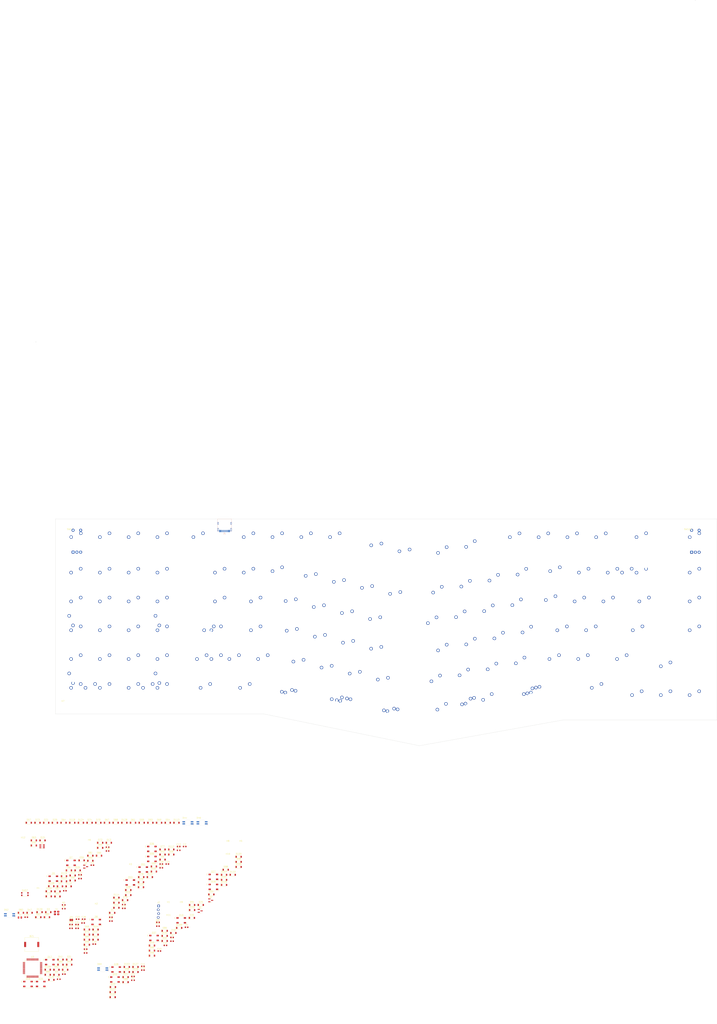
<source format=kicad_pcb>
(kicad_pcb (version 20211014) (generator pcbnew)
  (title_block (title "Entropy") (date "2020-12-25") (rev "0.2") (company "Josh Johnson"))
  (layers (0 "F.Cu" signal) (31 "B.Cu" signal) (34 "B.Paste" user) (35 "F.Paste" user) (36 "B.SilkS" user "B.Silkscreen") (37 "F.SilkS" user "F.Silkscreen") (38 "B.Mask" user) (39 "F.Mask" user) (44 "Edge.Cuts" user))
  (net 0 "")
  (net 1 "Net-(D6-Pad2)")
  (net 2 "Net-(D7-Pad4)")
  (net 3 "Net-(D53-Pad2)")
  (net 4 "Net-(D17-Pad4)")
  (net 5 "Net-(D16-Pad2)")
  (net 6 "Net-(D18-Pad2)")
  (net 7 "Net-(D19-Pad2)")
  (net 8 "Net-(D20-Pad2)")
  (net 9 "Net-(D25-Pad2)")
  (net 10 "Net-(D26-Pad2)")
  (net 11 "Net-(D27-Pad2)")
  (net 12 "Net-(D28-Pad2)")
  (net 13 "Net-(D29-Pad2)")
  (net 14 "Net-(D30-Pad2)")
  (net 15 "Net-(D31-Pad2)")
  (net 16 "Net-(D32-Pad2)")
  (net 17 "Net-(D33-Pad2)")
  (net 18 "Net-(D34-Pad2)")
  (net 19 "Net-(D35-Pad2)")
  (net 20 "Net-(D36-Pad2)")
  (net 21 "Net-(D37-Pad2)")
  (net 22 "Net-(D38-Pad2)")
  (net 23 "Net-(D39-Pad2)")
  (net 24 "Net-(D40-Pad2)")
  (net 25 "Net-(D41-Pad2)")
  (net 26 "Net-(D42-Pad2)")
  (net 27 "Net-(D43-Pad2)")
  (net 28 "Net-(D44-Pad2)")
  (net 29 "Net-(D45-Pad2)")
  (net 30 "Net-(D46-Pad2)")
  (net 31 "Net-(D47-Pad2)")
  (net 32 "Net-(D48-Pad2)")
  (net 33 "Net-(D49-Pad2)")
  (net 34 "Net-(D50-Pad2)")
  (net 35 "Net-(D51-Pad2)")
  (net 36 "Net-(D52-Pad2)")
  (net 37 "Net-(D54-Pad2)")
  (net 38 "Net-(D55-Pad2)")
  (net 39 "Net-(D56-Pad2)")
  (net 40 "Net-(D57-Pad2)")
  (net 41 "Net-(D58-Pad2)")
  (net 42 "Net-(D59-Pad2)")
  (net 44 "Net-(D61-Pad2)")
  (net 45 "Net-(D62-Pad2)")
  (net 46 "Net-(D63-Pad2)")
  (net 47 "Net-(D64-Pad2)")
  (net 48 "Net-(D65-Pad2)")
  (net 49 "Net-(D66-Pad2)")
  (net 50 "Net-(D67-Pad2)")
  (net 51 "Net-(D68-Pad2)")
  (net 52 "Net-(D69-Pad2)")
  (net 53 "Net-(D70-Pad2)")
  (net 54 "Net-(D71-Pad2)")
  (net 55 "Net-(D72-Pad2)")
  (net 56 "Net-(D73-Pad2)")
  (net 57 "Net-(D74-Pad2)")
  (net 58 "Net-(D75-Pad2)")
  (net 59 "Net-(D76-Pad2)")
  (net 60 "Net-(D77-Pad2)")
  (net 61 "Net-(D78-Pad2)")
  (net 62 "Net-(D79-Pad2)")
  (net 63 "Net-(D80-Pad2)")
  (net 64 "Net-(D81-Pad2)")
  (net 65 "Net-(D82-Pad2)")
  (net 66 "Net-(D83-Pad2)")
  (net 67 "Net-(D84-Pad2)")
  (net 68 "Net-(D85-Pad2)")
  (net 69 "Net-(D86-Pad2)")
  (net 70 "Net-(D87-Pad2)")
  (net 71 "Net-(D88-Pad2)")
  (net 72 "Net-(D89-Pad2)")
  (net 73 "Net-(D90-Pad2)")
  (net 74 "Net-(D91-Pad2)")
  (net 75 "Net-(D92-Pad2)")
  (net 76 "Net-(D93-Pad2)")
  (net 77 "Net-(D94-Pad2)")
  (net 78 "Net-(D95-Pad2)")
  (net 79 "Net-(D96-Pad2)")
  (net 80 "Net-(D97-Pad2)")
  (net 81 "Net-(D98-Pad2)")
  (net 82 "Net-(D99-Pad2)")
  (net 83 "Net-(D100-Pad2)")
  (net 84 "Net-(D101-Pad2)")
  (net 85 "Net-(D102-Pad2)")
  (net 86 "Net-(D103-Pad2)")
  (net 87 "Net-(D104-Pad2)")
  (net 88 "Net-(D105-Pad2)")
  (net 89 "Net-(D106-Pad2)")
  (net 90 "Net-(D107-Pad2)")
  (net 91 "Net-(D108-Pad2)")
  (net 92 "Net-(D109-Pad2)")
  (net 93 "Net-(D110-Pad2)")
  (net 94 "Net-(D111-Pad2)")
  (net 95 "Net-(D112-Pad2)")
  (net 96 "Net-(D113-Pad2)")
  (net 97 "Net-(D114-Pad2)")
  (net 98 "Net-(D115-Pad2)")
  (net 99 "Net-(D116-Pad2)")
  (net 100 "Net-(D117-Pad2)")
  (net 101 "Net-(D118-Pad2)")
  (net 102 "Net-(D119-Pad2)")
  (net 103 "Net-(D120-Pad2)")
  (net 104 "Net-(D121-Pad2)")
  (net 105 "Net-(D122-Pad2)")
  (net 106 "Net-(D123-Pad2)")
  (net 107 "Net-(D124-Pad2)")
  (net 108 "Net-(D125-Pad2)")
  (net 109 "Net-(D126-Pad2)")
  (net 110 "Net-(D127-Pad2)")
  (net 111 "GND")
  (net 112 "+5V")
  (net 113 "+3V3")
  (net 114 "/nRST")
  (net 115 "Net-(D1-Pad2)")
  (net 116 "Net-(D128-Pad2)")
  (net 117 "Net-(D2-Pad2)")
  (net 118 "Net-(D129-Pad2)")
  (net 119 "Net-(D3-Pad2)")
  (net 120 "Net-(D4-Pad2)")
  (net 121 "Net-(D5-Pad2)")
  (net 122 "Net-(D130-Pad2)")
  (net 123 "Net-(D7-Pad2)")
  (net 124 "Net-(D10-Pad4)")
  (net 125 "Net-(D131-Pad2)")
  (net 126 "Net-(D10-Pad2)")
  (net 127 "Net-(D11-Pad2)")
  (net 128 "Net-(D13-Pad2)")
  (net 129 "Net-(D15-Pad2)")
  (net 130 "Net-(D17-Pad2)")
  (net 131 "Net-(D21-Pad2)")
  (net 132 "Net-(D22-Pad2)")
  (net 133 "/row0")
  (net 134 "/row1")
  (net 135 "/row5")
  (net 136 "/row2")
  (net 137 "/row3")
  (net 138 "Net-(D132-Pad2)")
  (net 139 "/USB_D+")
  (net 140 "Net-(J1-PadA5)")
  (net 141 "/USB_D-")
  (net 142 "Net-(J1-PadB5)")
  (net 143 "/col0")
  (net 144 "/col1")
  (net 145 "/col2")
  (net 146 "/col3")
  (net 147 "/col4")
  (net 148 "/col5")
  (net 149 "Net-(D133-Pad2)")
  (net 150 "/col7")
  (net 151 "/col8")
  (net 152 "/col9")
  (net 153 "/col10")
  (net 154 "/col11")
  (net 155 "/col12")
  (net 156 "/col13")
  (net 157 "/col14")
  (net 158 "/col15")
  (net 159 "/col16")
  (net 160 "/col17")
  (net 161 "/col18")
  (net 162 "/underglow")
  (net 163 "/BOOT0")
  (net 164 "/SWDCLK")
  (net 165 "/SWDIO")
  (net 166 "Net-(D24-Pad2)")
  (net 167 "/USB+")
  (net 168 "/USB-")
  (net 169 "/col19")
  (net 170 "/XTAL_0")
  (net 171 "/XTAL_1")
  (net 172 "Net-(D23-Pad2)")
  (net 173 "/ENC0_A")
  (net 174 "/ENC0_B")
  (net 175 "/ENC1_A")
  (net 176 "/ENC1_B")
  (net 183 "Net-(D14-Pad2)")
  (net 184 "Net-(D12-Pad2)")
  (net 185 "VBUS")
  (net 187 "Net-(JP1-Pad1)")
  (net 200 "/BUZZER")
  (footprint "josh-keyboard:MXOnly-2.25U-ReversedStabilizers-NoLED" (layer "F.Cu") (at 448.1 157.1625)
    (fp_text reference "SW116")
    (fp_text value "KEYSW")
  )
  (footprint "Diode_SMD:D_SOD-123" (layer "F.Cu") (at 108.4875 387.32125)
    (fp_text reference "D85")
    (fp_text value "1N4148")
  )
  (footprint "josh-keyboard:MXOnly-1U-NoLED" (layer "F.Cu") (at 286.813576 133.828156 -12)
    (fp_text reference "SW73")
    (fp_text value "KEYSW")
  )
  (footprint "josh-keyboard:MXOnly-1U-NoLED" (layer "F.Cu") (at 335.003281 127.453115 12)
    (fp_text reference "SW86")
    (fp_text value "KEYSW")
  )
  (footprint "Capacitor_SMD:C_0603_1608Metric" (layer "F.Cu") (at 80.36375 348.2)
    (fp_text reference "C31")
    (fp_text value "100n")
  )
  (footprint "MountingHole:MountingHole_3.5mm" (layer "F.Cu") (at 145.3575 338.88125)
    (fp_text reference "H9")
    (fp_text value "3.5mm ID")
  )
  (footprint "josh-keyboard:MXOnly-2U-ReversedStabilizers-NoLED" (layer "F.Cu") (at 133.35 185.7375 90)
    (fp_text reference "SW23")
    (fp_text value "KEYSW")
  )
  (footprint "josh-keyboard:MXOnly-1.25U-NoLED" (layer "F.Cu") (at 378.7 198.05 12)
    (fp_text reference "SW84")
    (fp_text value "KEYSW")
  )
  (footprint "Capacitor_SMD:C_0603_1608Metric" (layer "F.Cu") (at 139.2475 360.24125)
    (fp_text reference "C7")
    (fp_text value "4u7")
  )
  (footprint "LED_SMD:LED_WS2812B_PLCC4_5.0x5.0mm_P3.2mm" (layer "F.Cu") (at 125.86875 305.8425)
    (fp_text reference "D35")
    (fp_text value "WS2812B")
  )
  (footprint "josh-keyboard:MXOnly-1U-NoLED" (layer "F.Cu") (at 447.6 200.05)
    (fp_text reference "SW112")
    (fp_text value "KEYSW")
  )
  (footprint "josh-led:SK8612-MINI-E" (layer "F.Cu") (at 93.2675 378.67125)
    (fp_text reference "D60")
    (fp_text value "SK6812-MINI-E")
    (fp_line (start 1 -1.9) (end -0.9 -1.9) (layer "Edge.Cuts") (width 0.05))
    (fp_line (start -1.8 -1) (end -1.8 0.9) (layer "Edge.Cuts") (width 0.05))
    (fp_line (start 1.9 0.9) (end 1.9 -1) (layer "Edge.Cuts") (width 0.05))
    (fp_line (start -0.9 1.8) (end 1 1.8) (layer "Edge.Cuts") (width 0.05))
    (fp_arc (start 1 -1.9) (mid 1.636396 -1.636396) (end 1.9 -1) (layer "Edge.Cuts") (width 0.05))
    (fp_arc (start -1.8 -1) (mid -1.536396 -1.636396) (end -0.9 -1.9) (layer "Edge.Cuts") (width 0.05))
    (fp_arc (start 1.9 0.9) (mid 1.636396 1.536396) (end 1 1.8) (layer "Edge.Cuts") (width 0.05))
    (fp_arc (start -0.9 1.8) (mid -1.536396 1.536396) (end -1.8 0.9) (layer "Edge.Cuts") (width 0.05))
  )
  (footprint "Capacitor_SMD:C_0603_1608Metric" (layer "F.Cu") (at 107.27375 338.5475)
    (fp_text reference "C25")
    (fp_text value "10u")
  )
  (footprint "Diode_SMD:D_SOD-123" (layer "F.Cu") (at 179.4275 316.33125)
    (fp_text reference "D133")
    (fp_text value "1N4148")
  )
  (footprint "josh-connectors:4_PIN_THT_Staggered" (layer "F.Cu") (at 130.2075 336.93125)
    (fp_text reference "J2")
    (fp_text value "SWD")
  )
  (footprint "Diode_SMD:D_SOD-123" (layer "F.Cu") (at 109.2875 380.62125)
    (fp_text reference "D58")
    (fp_text value "1N4148")
  )
  (footprint "Diode_SMD:D_SOD-123" (layer "F.Cu") (at 102.39375 338.1375)
    (fp_text reference "D111")
    (fp_text value "1N4148")
  )
  (footprint "Diode_SMD:D_SOD-123" (layer "F.Cu") (at 63.3725 330.67125)
    (fp_text reference "D22")
    (fp_text value "1N4148")
  )
  (footprint "LED_SMD:LED_0603_1608Metric" (layer "F.Cu") (at 129.9275 347.75125)
    (fp_text reference "D97")
    (fp_text value "LED_RED")
  )
  (footprint "Diode_SMD:D_SOD-123" (layer "F.Cu") (at 119.15125 281.91625)
    (fp_text reference "D59")
    (fp_text value "1N4148")
  )
  (footprint "Diode_SMD:D_SOD-123" (layer "F.Cu") (at 101.90125 281.91625)
    (fp_text reference "D88")
    (fp_text value "1N4148")
  )
  (footprint "Diode_SMD:D_SOD-123" (layer "F.Cu") (at 59.2725 323.89125)
    (fp_text reference "D108")
    (fp_text value "1N4148")
  )
  (footprint "Diode_SMD:D_SOD-123" (layer "F.Cu") (at 130.65125 281.91625)
    (fp_text reference "D69")
    (fp_text value "1N4148")
  )
  (footprint "josh-keyboard:MXOnly-2U-ReversedStabilizers-NoLED" (layer "F.Cu") (at 123.825 195.2625)
    (fp_text reference "SW30")
    (fp_text value "KEYSW")
  )
  (footprint "josh-keyboard:MXOnly-1U-NoLED" (layer "F.Cu") (at 95.25 176.2125)
    (fp_text reference "SW14")
    (fp_text value "KEYSW")
  )
  (footprint "Diode_SMD:D_SOD-123" (layer "F.Cu") (at 88.6 355.88375)
    (fp_text reference "D117")
    (fp_text value "1N4148")
  )
  (footprint "josh-keyboard:MXOnly-1U-NoLED" (layer "F.Cu") (at 114.3 138.1125)
    (fp_text reference "SW18")
    (fp_text value "KEYSW")
  )
  (footprint "Diode_SMD:D_SOD-123" (layer "F.Cu") (at 127.22375 314.1775)
    (fp_text reference "D101")
    (fp_text value "1N4148")
  )
  (footprint "josh-keyboard:MXOnly-1U-NoLED" (layer "F.Cu") (at 95.25 95.6)
    (fp_text reference "SW10")
    (fp_text value "KEYSW")
  )
  (footprint "Diode_SMD:D_SOD-123" (layer "F.Cu") (at 71.12 375.75375)
    (fp_text reference "D43")
    (fp_text value "1N4148")
  )
  (footprint "josh-keyboard:MXOnly-1U-NoLED" (layer "F.Cu") (at 319.15 208.8 12)
    (fp_text reference "SW69")
    (fp_text value "KEYSW")
  )
  (footprint "josh-logos:OSHW_Logo_3.6x3.6_F.Mask" (layer "F.Cu") (at 130.83118 363.648013)
    (fp_text reference "LOGO3" hide)
    (fp_text value "OSHW Logo" hide)
  )
  (footprint "MountingHole:MountingHole_3.5mm" (layer "F.Cu") (at 176.1775 307.03125)
    (fp_text reference "H10")
    (fp_text value "3.5mm ID")
  )
  (footprint "Diode_SMD:D_SOD-123" (layer "F.Cu") (at 102.39375 334.7875)
    (fp_text reference "D83")
    (fp_text value "1N4148")
  )
  (footprint "josh-keyboard:MXOnly-1.25U-NoLED" (layer "F.Cu") (at 215.1 198.6 -12)
    (fp_text reference "SW128")
    (fp_text value "KEYSW")
  )
  (footprint "josh-keyboard:MXOnly-1U-NoLED" (layer "F.Cu") (at 350.144226 143.710396 12)
    (fp_text reference "SW93")
    (fp_text value "KEYSW")
  )
  (footprint "Diode_SMD:D_SOD-123" (layer "F.Cu") (at 125.9475 369.80125)
    (fp_text reference "D96")
    (fp_text value "1N4148")
  )
  (footprint "josh-keyboard:MXOnly-1U-NoLED" (layer "F.Cu") (at 95.25 195.2625)
    (fp_text reference "SW15")
    (fp_text value "KEYSW")
  )
  (footprint "Diode_SMD:D_SOD-123" (layer "F.Cu") (at 47.7325 293.60375)
    (fp_text reference "D63")
    (fp_text value "1N4148")
  )
  (footprint "LED_SMD:LED_WS2812B_PLCC4_5.0x5.0mm_P3.2mm" (layer "F.Cu") (at 120.13875 312.8725)
    (fp_text reference "D51")
    (fp_text value "WS2812B")
  )
  (footprint "Diode_SMD:D_SOD-123" (layer "F.Cu") (at 65.37 372.40375)
    (fp_text reference "D41")
    (fp_text value "1N4148")
  )
  (footprint "Capacitor_SMD:C_0603_1608Metric" (layer "F.Cu") (at 129.8875 350.30125)
    (fp_text reference "C17")
    (fp_text value "100n")
  )
  (footprint "Diode_SMD:D_SOD-123" (layer "F.Cu") (at 118.67375 321.2075)
    (fp_text reference "D76")
    (fp_text value "1N4148")
  )
  (footprint "josh-led:SK8612-MINI-E" (layer "F.Cu") (at 149.68125 281.98625)
    (fp_text reference "D44")
    (fp_text value "SK6812-MINI-E")
    (fp_line (start 1.9 0.9) (end 1.9 -1) (layer "Edge.Cuts") (width 0.05))
    (fp_line (start -1.8 -1) (end -1.8 0.9) (layer "Edge.Cuts") (width 0.05))
    (fp_line (start 1 -1.9) (end -0.9 -1.9) (layer "Edge.Cuts") (width 0.05))
    (fp_line (start -0.9 1.8) (end 1 1.8) (layer "Edge.Cuts") (width 0.05))
    (fp_arc (start 1 -1.9) (mid 1.636396 -1.636396) (end 1.9 -1) (layer "Edge.Cuts") (width 0.05))
    (fp_arc (start 1.9 0.9) (mid 1.636396 1.536396) (end 1 1.8) (layer "Edge.Cuts") (width 0.05))
    (fp_arc (start -0.9 1.8) (mid -1.536396 1.536396) (end -1.8 0.9) (layer "Edge.Cuts") (width 0.05))
    (fp_arc (start -1.8 -1) (mid -1.536396 -1.636396) (end -0.9 -1.9) (layer "Edge.Cuts") (width 0.05))
  )
  (footprint "Diode_SMD:D_SOD-123" (layer "F.Cu") (at 73.15125 281.91625)
    (fp_text reference "D118")
    (fp_text value "1N4148")
  )
  (footprint "Diode_SMD:D_SOD-123" (layer "F.Cu") (at 165.2575 329.32125)
    (fp_text reference "D34")
    (fp_text value "1N4148")
  )
  (footprint "Package_TO_SOT_SMD:SOT-23-6" (layer "F.Cu") (at 53.1825 297.50375)
    (fp_text reference "U1")
    (fp_text value "SRV05-4")
  )
  (footprint "Diode_SMD:D_SOD-123" (layer "F.Cu") (at 99.9375 393.91125)
    (fp_text reference "D123")
    (fp_text value "1N4148")
  )
  (footprint "Diode_SMD:D_SOD-123" (layer "F.Cu") (at 68.45 379.10375)
    (fp_text reference "D16")
    (fp_text value "1N4148")
  )
  (footprint "Diode_SMD:D_SOD-123" (layer "F.Cu") (at 65.0225 323.97125)
    (fp_text reference "D4")
    (fp_text value "1N4148")
  )
  (footprint "Diode_SMD:D_SOD-123" (layer "F.Cu") (at 76.7125 313.42125)
    (fp_text reference "D39")
    (fp_text value "1N4148")
  )
  (footprint "josh-keyboard:MXOnly-1U-NoLED" (layer "F.Cu") (at 195.2625 138.1125)
    (fp_text reference "SW45")
    (fp_text value "KEYSW")
  )
  (footprint "josh-keyboard:MXOnly-2U-ReversedStabilizers-NoLED" (layer "F.Cu") (at 85.725 195.2625)
    (fp_text reference "SW9")
    (fp_text value "KEYSW")
  )
  (footprint "Capacitor_SMD:C_0603_1608Metric" (layer "F.Cu") (at 132.10375 309.2175)
    (fp_text reference "C16")
    (fp_text value "100n")
  )
  (footprint "LED_SMD:LED_WS2812B_PLCC4_5.0x5.0mm_P3.2mm" (layer "F.Cu") (at 43.835 388.53875)
    (fp_text reference "D19")
    (fp_text value "WS2812B")
  )
  (footprint "Diode_SMD:D_SOD-123" (layer "F.Cu") (at 143.9575 351.45125)
    (fp_text reference "D109")
    (fp_text value "1N4148")
  )
  (footprint "josh-keyboard:MXOnly-1U-NoLED" (layer "F.Cu") (at 133.35 119.0625)
    (fp_text reference "SW26")
    (fp_text value "KEYSW")
  )
  (footprint "josh-buttons-switches:SW_Push_KMR2" (layer "F.Cu") (at 41.7725 329.10125)
    (fp_text reference "SW57")
    (fp_text value "KMR2")
  )
  (footprint "josh-keyboard:MXOnly-1U-NoLED" (layer "F.Cu") (at 133.35 138.1125)
    (fp_text reference "SW27")
    (fp_text value "KEYSW")
  )
  (footprint "josh-keyboard:MXOnly-1U-NoLED" (layer "F.Cu") (at 222.757029 178.639282 -12)
    (fp_text reference "SW54")
    (fp_text value "KEYSW")
  )
  (footprint "josh-keyboard:MXOnly-3U-ReversedStabilizers-NoLED" (layer "F.Cu") (at 337.75 204.85 12)
    (fp_text reference "SW70")
    (fp_text value "KEYSW")
  )
  (footprint "josh-keyboard:MXOnly-1U-NoLED" (layer "F.Cu") (at 133.35 176.2125)
    (fp_text reference "SW29")
    (fp_text value "KEYSW")
  )
  (footprint "Diode_SMD:D_SOD-123" (layer "F.Cu") (at 65.37 375.75375)
    (fp_text reference "D65")
    (fp_text value "1N4148")
  )
  (footprint "Capacitor_SMD:C_0603_1608Metric" (layer "F.Cu") (at 143.58375 297.6375)
    (fp_text reference "C13")
    (fp_text value "100n")
  )
  (footprint "josh-keyboard:MXOnly-1U-NoLED" (layer "F.Cu") (at 366.7 95.65)
    (fp_text reference "SW91")
    (fp_text value "KEYSW")
  )
  (footprint "josh-keyboard:MXOnly-1U-NoLED" (layer "F.Cu") (at 319.632577 169.671436 12)
    (fp_text reference "SW81")
    (fp_text value "KEYSW")
  )
  (footprint "josh-keyboard:MXOnly-1U-NoLED" (layer "F.Cu") (at 76.2 119.0625)
    (fp_text reference "SW5")
    (fp_text value "KEYSW")
  )
  (footprint "josh-keyboard:MXOnly-1U-NoLED" (layer "F.Cu") (at 95.25 157.1625)
    (fp_text reference "SW13")
    (fp_text value "KEYSW")
  )
  (footprint "Diode_SMD:D_SOD-123" (layer "F.Cu") (at 85.1325 307.05125)
    (fp_text reference "D33")
    (fp_text value "1N4148")
  )
  (footprint "MountingHole:MountingHole_3.5mm" (layer "F.Cu") (at 89.06 339.96375)
    (fp_text reference "H2")
    (fp_text value "3.5mm ID")
  )
  (footprint "Buzzer_Beeper:Buzzer_Murata_PKMCS0909E" (layer "F.Cu") (at 46.3 362.4)
    (fp_text reference "BZ1")
    (fp_text value "Buzzer")
  )
  (footprint "josh-keyboard:MXOnly-1U-NoLED" (layer "F.Cu") (at 268.179864 129.867438 -12)
    (fp_text reference "SW65")
    (fp_text value "KEYSW")
  )
  (footprint "josh-keyboard:MXOnly-1U-NoLED" (layer "F.Cu") (at 228.6 95.6)
    (fp_text reference "SW50")
    (fp_text value "KEYSW")
  )
  (footprint "Diode_SMD:D_SOD-123" (layer "F.Cu") (at 53.4825 293.60375)
    (fp_text reference "D15")
    (fp_text value "1N4148")
  )
  (footprint "Capacitor_SMD:C_0603_1608Metric" (layer "F.Cu") (at 136.11375 309.2175)
    (fp_text reference "C23")
    (fp_text value "100n")
  )
  (footprint "Diode_SMD:D_SOD-123" (layer "F.Cu") (at 173.6775 323.03125)
    (fp_text reference "D129")
    (fp_text value "1N4148")
  )
  (footprint "josh-keyboard:MXOnly-2U-NoLED" (layer "F.Cu") (at 441 119.0625)
    (fp_text reference "SW120")
    (fp_text value "KEYSW")
  )
  (footprint "Diode_SMD:D_SOD-123" (layer "F.Cu") (at 70.7725 323.97125)
    (fp_text reference "D119")
    (fp_text value "1N4148")
  )
  (footprint "Diode_SMD:D_SOD-123" (layer "F.Cu") (at 57.6225 330.59125)
    (fp_text reference "D75")
    (fp_text value "1N4148")
  )
  (footprint "Diode_SMD:D_SOD-123" (layer "F.Cu") (at 173.6775 316.33125)
    (fp_text reference "D107")
    (fp_text value "1N4148")
  )
  (footprint "josh-keyboard:MXOnly-1.25U-NoLED" (layer "F.Cu") (at 282.7 210.9 -12)
    (fp_text reference "SW63")
    (fp_text value "KEYSW")
  )
  (footprint "josh-keyboard:MXOnly-1U-NoLED" (layer "F.Cu") (at 368.777937 139.749678 12)
    (fp_text reference "SW98")
    (fp_text value "KEYSW")
  )
  (footprint "Diode_SMD:D_SOD-123" (layer "F.Cu") (at 132.95375 302.9375)
    (fp_text reference "D42")
    (fp_text value "1N4148")
  )
  (footprint "LED_SMD:LED_WS2812B_PLCC4_5.0x5.0mm_P3.2mm" (layer "F.Cu") (at 88.995 347.54875)
    (fp_text reference "D8")
    (fp_text value "WS2812B")
  )
  (footprint "Capacitor_SMD:C_0603_1608Metric" (layer "F.Cu") (at 130.8275 366.73125)
    (fp_text reference "C10")
    (fp_text value "100n")
  )
  (footprint "Diode_SMD:D_SOD-123" (layer "F.Cu") (at 96.15125 281.91625)
    (fp_text reference "D67")
    (fp_text value "1N4148")
  )
  (footprint "LED_SMD:LED_WS2812B_PLCC4_5.0x5.0mm_P3.2mm" (layer "F.Cu") (at 111.58875 321.4225)
    (fp_text reference "D53")
    (fp_text value "WS2812B")
  )
  (footprint "Diode_SMD:D_SOD-123" (layer "F.Cu") (at 118.80375 317.8575)
    (fp_text reference "D78")
    (fp_text value "1N4148")
  )
  (footprint "josh-keyboard:MXOnly-1U-NoLED" (layer "F.Cu") (at 450.55 95.6)
    (fp_text reference "SW113")
    (fp_text value "KEYSW")
  )
  (footprint "josh-keyboard:MXOnly-1U-NoLED" (layer "F.Cu") (at 428.625 138.1125)
    (fp_text reference "SW115")
    (fp_text value "KEYSW")
  )
  (footprint "josh-keyboard:MXOnly-1U-NoLED" (layer "F.Cu") (at 292.95 105.7 -12)
    (fp_text reference "SW72")
    (fp_text value "KEYSW")
  )
  (footprint "josh-keyboard:MXOnly-1U-NoLED" (layer "F.Cu") (at 385.75 95.65)
    (fp_text reference "SW96")
    (fp_text value "KEYSW")
  )
  (footprint "Capacitor_SMD:C_0603_1608Metric" (layer "F.Cu") (at 119.9175 379.36125)
    (fp_text reference "C18")
    (fp_text value "100n")
  )
  (footprint "josh-keyboard:MXOnly-2.25U-ReversedStabilizers-NoLED" (layer "F.Cu") (at 248.15 203.5 -12)
    (fp_text reference "SW129")
    (fp_text value "KEYSW")
  )
  (footprint "josh-keyboard:MXOnly-1U-NoLED" (layer "F.Cu") (at 466.65 200.05)
    (fp_text reference "SW118")
    (fp_text value "KEYSW")
  )
  (footprint "josh-keyboard:MXOnly-1U-NoLED" (layer "F.Cu") (at 218.332577 158.223247 -12)
    (fp_text reference "SW53")
    (fp_text value "KEYSW")
  )
  (footprint "Diode_SMD:D_SOD-123" (layer "F.Cu") (at 82.85 359.23375)
    (fp_text reference "D84")
    (fp_text value "1N4148")
  )
  (footprint "josh-keyboard:MXOnly-1U-NoLED" (layer "F.Cu") (at 404.8 95.65)
    (fp_text reference "SW101")
    (fp_text value "KEYSW")
  )
  (footprint "Diode_SMD:D_SOD-123" (layer "F.Cu") (at 183.3275 311.13125)
    (fp_text reference "D106")
    (fp_text value "1N4148")
  )
  (footprint "Diode_SMD:D_SOD-123" (layer "F.Cu") (at 85.1325 303.70125)
    (fp_text reference "D81")
    (fp_text value "1N4148")
  )
  (footprint "Package_TO_SOT_SMD:SOT-23" (layer "F.Cu") (at 82.0325 310.95125)
    (fp_text reference "U2")
    (fp_text value "XC6206P332MR")
  )
  (footprint "Diode_SMD:D_SOD-123" (layer "F.Cu") (at 79.3825 306.80125)
    (fp_text reference "D56")
    (fp_text value "1N4148")
  )
  (footprint "Capacitor_SMD:C_0603_1608Metric" (layer "F.Cu") (at 42.71625 344.3775)
    (fp_text reference "C19")
    (fp_text value "100n")
  )
  (footprint "Diode_SMD:D_SOD-123" (layer "F.Cu") (at 78.90125 281.91625)
    (fp_text reference "D124")
    (fp_text value "1N4148")
  )
  (footprint "Diode_SMD:D_SOD-123" (layer "F.Cu") (at 62.7 382.45375)
    (fp_text reference "D2")
    (fp_text value "1N4148")
  )
  (footprint "josh-keyboard:MXOnly-1U-NoLED" (layer "F.Cu") (at 392.90625 176.2125)
    (fp_text reference "SW105")
    (fp_text value "KEYSW")
  )
  (footprint "Package_TO_SOT_SMD:SOT-23" (layer "F.Cu") (at 164.8275 333.22125)
    (fp_text reference "Q2")
    (fp_text value "DTC123J")
  )
  (footprint "josh-keyboard:MXOnly-1U-NoLED" (layer "F.Cu") (at 114.3 157.1625)
    (fp_text reference "SW19")
    (fp_text value "KEYSW")
  )
  (footprint "Diode_SMD:D_SOD-123" (layer "F.Cu") (at 82.85 362.58375)
    (fp_text reference "D99")
    (fp_text value "1N4148")
  )
  (footprint "Resistor_SMD:R_0603_1608Metric" (layer "F.Cu") (at 67.49625 338.7575)
    (fp_text reference "R5")
    (fp_text value "100K")
  )
  (footprint "Diode_SMD:D_SOD-123" (layer "F.Cu") (at 124.55375 317.8575)
    (fp_text reference "D121")
    (fp_text value "1N4148")
  )
  (footprint "Diode_SMD:D_SOD-123" (layer "F.Cu") (at 88.6 352.53375)
    (fp_text reference "D14")
    (fp_text value "1N4148")
  )
  (footprint "josh-keyboard:MXOnly-1U-NoLED" (layer "F.Cu") (at 333.841836 186.126753 12)
    (fp_text reference "SW89")
    (fp_text value "KEYSW")
  )
  (footprint "Diode_SMD:D_SOD-123" (layer "F.Cu") (at 84.65125 281.91625)
    (fp_text reference "D74")
    (fp_text value "1N4148")
  )
  (footprint "Jumper:SolderJumper-2_P1.3mm_Bridged_RoundedPad1.0x1.5mm" (layer "F.Cu") (at 72.51375 346.21)
    (fp_text reference "JP1")
    (fp_text value "SHORT")
  )
  (footprint "Diode_SMD:D_SOD-123" (layer "F.Cu") (at 73.4425 316.77125)
    (fp_text reference "D12")
    (fp_text value "1N4148")
  )
  (footprint "Diode_SMD:D_SOD-123" (layer "F.Cu") (at 59.34 385.80375)
    (fp_text reference "D120")
    (fp_text value "1N4148")
  )
  (footprint "Diode_SMD:D_SOD-123" (layer "F.Cu") (at 138.70375 299.5875)
    (fp_text reference "D112")
    (fp_text value "1N4148")
  )
  (footprint "josh-keyboard:MXOnly-1U-NoLED" (layer "F.Cu") (at 372.270704 119.531679 12)
    (fp_text reference "SW97")
    (fp_text value "KEYSW")
  )
  (footprint "Diode_SMD:D_SOD-123" (layer "F.Cu") (at 132.95375 299.5875)
    (fp_text reference "D77")
    (fp_text value "1N4148")
  )
  (footprint "Diode_SMD:D_SOD-123" (layer "F.Cu") (at 138.70375 302.9375)
    (fp_text reference "D26")
    (fp_text value "1N4148")
  )
  (footprint "josh-keyboard:MXOnly-1U-NoLED" (layer "F.Cu") (at 114.3 119.0625)
    (fp_text reference "SW17")
    (fp_text value "KEYSW")
  )
  (footprint "josh-keyboard:MXOnly-1U-NoLED" (layer "F.Cu") (at 236.966289 162.183965 -12)
    (fp_text reference "SW61")
    (fp_text value "KEYSW")
  )
  (footprint "josh-keyboard:MXOnly-1U-NoLED" (layer "F.Cu") (at 274.233712 170.1054 -12)
    (fp_text reference "SW75")
    (fp_text value "KEYSW")
  )
  (footprint "Capacitor_SMD:C_0603_1608Metric" (layer "F.Cu") (at 72.34375 349.24)
    (fp_text reference "C29")
    (fp_text value "4u7")
  )
  (footprint "josh-keyboard:MXOnly-1U-NoLED" (layer "F.Cu") (at 285 211.4 -12)
    (fp_text reference "SW56")
    (fp_text value "KEYSW")
  )
  (footprint "josh-keyboard:MXOnly-1U-NoLED" (layer "F.Cu") (at 412.4 119.0625)
    (fp_text reference "SW108")
    (fp_text value "KEYSW")
  )
  (footprint "josh-keyboard:MXOnly-1U-NoLED" (layer "F.Cu") (at 485.75 119.05)
    (fp_text reference "SW125")
    (fp_text value "KEYSW")
  )
  (footprint "Resistor_SMD:R_0603_1608Metric" (layer "F.Cu") (at 67.49625 336.2475)
    (fp_text reference "R2")
    (fp_text value "5K1")
  )
  (footprint "Capacitor_SMD:C_0603_1608Metric" (layer "F.Cu") (at 80.70375 345.69)
    (fp_text reference "C28")
    (fp_text value "4u7")
  )
  (footprint "MountingHole:MountingHole_3.5mm" (layer "F.Cu") (at 40.5825 296.20375)
    (fp_text reference "H12")
    (fp_text value "3.5mm ID")
  )
  (footprint "Diode_SMD:D_SOD-123" (layer "F.Cu") (at 134.3675 356.73125)
    (fp_text reference "D131")
    (fp_text value "1N4148")
  )
  (footprint "Resistor_SMD:R_0603_1608Metric" (layer "F.Cu") (at 96.5225 298.08125)
    (fp_text reference "R1")
    (fp_text value "5K1")
  )
  (footprint "josh-keyboard:MXOnly-1U-NoLED" (layer "F.Cu") (at 417.2 157.1625)
    (fp_text reference "SW110")
    (fp_text value "KEYSW")
  )
  (footprint "josh-keyboard:MXOnly-1U-NoLED" (layer "F.Cu") (at 171.45 119.0625)
    (fp_text reference "SW34")
    (fp_text value "KEYSW")
  )
  (footprint "Diode_SMD:D_SOD-123" (layer "F.Cu") (at 63.3725 327.32125)
    (fp_text reference "D87")
    (fp_text value "1N4148")
  )
  (footprint "Capacitor_SMD:C_0603_1608Metric" (layer "F.Cu") (at 81.98 368.02375)
    (fp_text reference "C1")
    (fp_text value "100n")
  )
  (footprint "Diode_SMD:D_SOD-123" (layer "F.Cu") (at 67.40125 281.91625)
    (fp_text reference "D64")
    (fp_text value "1N4148")
  )
  (footprint "josh-keyboard:MXOnly-1.5U-NoLED" (layer "F.Cu") (at 376.4 198.55 12)
    (fp_text reference "SW90")
    (fp_text value "KEYSW")
  )
  (footprint "Capacitor_SMD:C_0603_1608Metric" (layer "F.Cu") (at 132.10375 311.7275)
    (fp_text reference "C22")
    (fp_text value "100n")
  )
  (footprint "josh-keyboard:MXOnly-1U-NoLED" (layer "F.Cu") (at 274.3 101.75 -12)
    (fp_text reference "SW64")
    (fp_text value "KEYSW")
  )
  (footprint "josh-keyboard:MXOnly-1U-NoLED" (layer "F.Cu") (at 254.90229 146.520791 -12)
    (fp_text reference "SW66")
    (fp_text value "KEYSW")
  )
  (footprint "josh-keyboard:MXOnly-1U-NoLED" (layer "F.Cu") (at 209.55 95.6)
    (fp_text reference "SW43")
    (fp_text value "KEYSW")
  )
  (footprint "josh-keyboard:MXOnly-1U-NoLED" (layer "F.Cu") (at 485.7 200.05)
    (fp_text reference "SW123")
    (fp_text value "KEYSW")
  )
  (footprint "Diode_SMD:D_SOD-123" (layer "F.Cu") (at 55.90125 281.91625)
    (fp_text reference "D21")
    (fp_text value "1N4148")
  )
  (footprint "josh-keyboard:MXOnly-1U-NoLED" (layer "F.Cu") (at 353.636993 123.492397 12)
    (fp_text reference "SW92")
    (fp_text value "KEYSW")
  )
  (footprint "josh-keyboard:MXOnly-1U-NoLED" (layer "F.Cu") (at 255.6 166.144683 -12)
    (fp_text reference "SW67")
    (fp_text value "KEYSW")
  )
  (footprint "josh-keyboard:MXOnly-1.25U-NoLED" (layer "F.Cu") (at 164.30625 157.1625)
    (fp_text reference "SW31")
    (fp_text value "KEYSW")
  )
  (footprint "Diode_SMD:D_SOD-123" (layer "F.Cu") (at 152.3775 344.83125)
    (fp_text reference "D30")
    (fp_text value "1N4148")
  )
  (footprint "josh-oscillators:Crystal_SMD_3225-4Pin_3.2x2.5mm" (layer "F.Cu") (at 62.77625 341.5875)
    (fp_text reference "Y1")
    (fp_text value "8MHz")
  )
  (footprint "josh-keyboard:MXOnly-1U-NoLED" (layer "F.Cu") (at 338.266288 165.710718 12)
    (fp_text reference "SW88")
    (fp_text value "KEYSW")
  )
  (footprint "Diode_SMD:D_SOD-123" (layer "F.Cu") (at 71.12 372.40375)
    (fp_text reference "D31")
    (fp_text value "1N4148")
  )
  (footprint "Diode_SMD:D_SOD-123" (layer "F.Cu") (at 82.85 355.88375)
    (fp_text reference "D71")
    (fp_text value "1N4148")
  )
  (footprint "josh-keyboard:MXOnly-2.75U-ReversedStabilizers-NoLED" (layer "F.Cu") (at 335.45 205.35 12)
    (fp_text reference "SW77")
    (fp_text value "KEYSW")
  )
  (footprint "josh-keyboard:MXOnly-1U-NoLED" (layer "F.Cu") (at 114.3 176.2125)
    (fp_text reference "SW20")
    (fp_text value "KEYSW")
  )
  (footprint "Diode_SMD:D_SOD-123" (layer "F.Cu") (at 134.3675 360.08125)
    (fp_text reference "D32")
    (fp_text value "1N4148")
  )
  (footprint "Diode_SMD:D_SOD-123" (layer "F.Cu") (at 125.9475 363.10125)
    (fp_text reference "D49")
    (fp_text value "1N4148")
  )
  (footprint "josh-keyboard:MXOnly-1.5U-NoLED" (layer "F.Cu") (at 161.925 195.2625)
    (fp_text reference "SW38")
    (fp_text value "KEYSW")
  )
  (footprint "Diode_SMD:D_SOD-123" (layer "F.Cu") (at 56.95 379.07375)
    (fp_text reference "D126")
    (fp_text value "1N4148")
  )
  (footprint "josh-keyboard:MXOnly-1.5U-NoLED" (layer "F.Cu") (at 217.428947 199.124666 -12)
    (fp_text reference "SW48")
    (fp_text value "KEYSW")
  )
  (footprint "Diode_SMD:D_SOD-123" (layer "F.Cu") (at 90.40125 281.91625)
    (fp_text reference "D70")
    (fp_text value "1N4148")
  )
  (footprint "Diode_SMD:D_SOD-123" (layer "F.Cu") (at 57.27625 341.0375)
    (fp_text reference "D3")
    (fp_text value "1N4148")
  )
  (footprint "josh-keyboard:MXOnly-1U-NoLED" (layer "F.Cu") (at 241.390741 182.6 -12)
    (fp_text reference "SW62")
    (fp_text value "KEYSW")
  )
  (footprint "Diode_SMD:D_SOD-123" (layer "F.Cu") (at 56.95 382.42375)
    (fp_text reference "D80")
    (fp_text value "1N4148")
  )
  (footprint "Capacitor_SMD:C_0603_1608Metric" (layer "F.Cu") (at 72.34375 351.75)
    (fp_text reference "C32")
    (fp_text value "100n")
  )
  (footprint "josh-keyboard:MXOnly-1U-NoLED" (layer "F.Cu") (at 466.65 181)
    (fp_text reference "SW122")
    (fp_text value "KEYSW")
  )
  (footprint "josh-keyboard:MXOnly-1U-NoLED" (layer "F.Cu") (at 260.024453 186.560717 -12)
    (fp_text reference "SW68")
    (fp_text value "KEYSW")
  )
  (footprint "josh-keyboard:MXOnly-2.25U-ReversedStabilizers-NoLED" (layer "F.Cu") (at 253.8 204.7 -12)
    (fp_text reference "SW49")
    (fp_text value "KEYSW")
  )
  (footprint "Capacitor_SMD:C_0603_1608Metric" (layer "F.Cu") (at 81.98 365.51375)
    (fp_text reference "C3")
    (fp_text value "100n")
  )
  (footprint "josh-keyboard:MXOnly-1U-NoLED" (layer "F.Cu") (at 338.2 101.2 12)
    (fp_text reference "SW85")
    (fp_text value "KEYSW")
  )
  (footprint "josh-keyboard:MXOnly-1U-NoLED" (layer "F.Cu") (at 312.876802 151.631832 12)
    (fp_text reference "SW80")
    (fp_text value "KEYSW")
  )
  (footprint "LED_SMD:LED_WS2812B_PLCC4_5.0x5.0mm_P3.2mm" (layer "F.Cu") (at 166.5925 317.71625)
    (fp_text reference "D27")
    (fp_text value "WS2812B")
  )
  (footprint "Diode_SMD:D_SOD-123" (layer "F.Cu") (at 142.15125 281.91625)
    (fp_text reference "D113")
    (fp_text value "1N4148")
  )
  (footprint "josh-keyboard:MXOnly-1U-NoLED" (layer "F.Cu") (at 200.025 176.2125)
    (fp_text reference "SW47")
    (fp_text value "KEYSW")
  )
  (footprint "Capacitor_SMD:C_0603_1608Metric" (layer "F.Cu") (at 113.3675 383.55125)
    (fp_text reference "C11")
    (fp_text value "100n")
  )
  (footprint "josh-keyboard:MXOnly-1.5U-NoLED" (layer "F.Cu") (at 452.4375 138.1125)
    (fp_text reference "SW121")
    (fp_text value "KEYSW")
  )
  (footprint "Diode_SMD:D_SOD-123" (layer "F.Cu") (at 91.6425 295.15125)
    (fp_text reference "D72")
    (fp_text value "1N4148")
  )
  (footprint "MountingHole:MountingHole_3.5mm" (layer "F.Cu") (at 184.7275 298.48125)
    (fp_text reference "H5")
    (fp_text value "3.5mm ID")
  )
  (footprint "Diode_SMD:D_SOD-123" (layer "F.Cu") (at 62.7 379.10375)
    (fp_text reference "D92")
    (fp_text value "1N4148")
  )
  (footprint "josh-keyboard:MXOnly-2U-ReversedStabilizers-NoLED" (layer "F.Cu") (at 133.35 147.6375 90)
    (fp_text reference "SW22")
    (fp_text value "KEYSW")
  )
  (footprint "Diode_SMD:D_SOD-123" (layer "F.Cu") (at 73.4425 320.12125)
    (fp_text reference "D50")
    (fp_text value "1N4148")
  )
  (footprint "Diode_SMD:D_SOD-123" (layer "F.Cu") (at 99.9375 397.26125)
    (fp_text reference "D122")
    (fp_text value "1N4148")
  )
  (footprint "josh-keyboard:MX_KEYSWITCH_ENCODER" (layer "F.Cu") (at 76.2 95.6)
    (fp_text reference "SW1")
    (fp_text value "RotaryEncoder_Switch")
  )
  (footprint "Diode_SMD:D_SOD-123" (layer "F.Cu") (at 82.85 352.53375)
    (fp_text reference "D68")
    (fp_text value "1N4148")
  )
  (footprint "MountingHole:MountingHole_3.5mm" (layer "F.Cu") (at 67 206)
    (fp_text reference "H7")
    (fp_text value "3.5mm ID")
  )
  (footprint "josh-keyboard:MXOnly-1U-NoLED" (layer "F.Cu") (at 352.475548 182.166035 12)
    (fp_text reference "SW95")
    (fp_text value "KEYSW")
  )
  (footprint "josh-keyboard:MXOnly-1U-NoLED" (layer "F.Cu") (at 133.35 195.2625)
    (fp_text reference "SW24")
    (fp_text value "KEYSW")
  )
  (footprint "josh-keyboard:MXOnly-1.75U-NoLED" (layer "F.Cu") (at 169.06875 157.1625)
    (fp_text reference "SW36")
    (fp_text value "KEYSW")
  )
  (footprint "josh-keyboard:MXOnly-1U-NoLED" (layer "F.Cu") (at 230.91244 121.946003 -12)
    (fp_text reference "SW51")
    (fp_text value "KEYSW")
  )
  (footprint "josh-keyboard:MXOnly-1.5U-NoLED" (layer "F.Cu") (at 420.95 195.25)
    (fp_text reference "SW106")
    (fp_text value "KEYSW")
  )
  (footprint "Diode_SMD:D_SOD-123" (layer "F.Cu") (at 70.9625 313.42125)
    (fp_text reference "D6")
    (fp_text value "1N4148")
  )
  (footprint "Capacitor_SMD:C_0603_1608Metric" (layer "F.Cu") (at 147.59375 297.6375)
    (fp_text reference "C2")
    (fp_text value "100n")
  )
  (footprint "josh-keyboard:MXOnly-1U-NoLED" (layer "F.Cu") (at 398.1 157.2)
    (fp_text reference "SW104")
    (fp_text value "KEYSW")
  )
  (footprint "josh-led:SK8612-MINI-E" (layer "F.Cu") (at 31.57625 342.7975)
    (fp_text reference "D52")
    (fp_text value "SK6812-MINI-E")
    (fp_line (start 1.9 0.9) (end 1.9 -1) (layer "Edge.Cuts") (width 0.05))
    (fp_line (start -0.9 1.8) (end 1 1.8) (layer "Edge.Cuts") (width 0.05))
    (fp_line (start 1 -1.9) (end -0.9 -1.9) (layer "Edge.Cuts") (width 0.05))
    (fp_line (start -1.8 -1) (end -1.8 0.9) (layer "Edge.Cuts") (width 0.05))
    (fp_arc (start 1.9 0.9) (mid 1.636396 1.536396) (end 1 1.8) (layer "Edge.Cuts") (width 0.05))
    (fp_arc (start -0.9 1.8) (mid -1.536396 1.536396) (end -1.8 0.9) (layer "Edge.Cuts") (width 0.05))
    (fp_arc (start 1 -1.9) (mid 1.636396 -1.636396) (end 1.9 -1) (layer "Edge.Cuts") (width 0.05))
    (fp_arc (start -1.8 -1) (mid -1.536396 -1.636396) (end -0.9 -1.9) (layer "Edge.Cuts") (width 0.05))
  )
  (footprint "josh-keyboard:MXOnly-1U-NoLED" (layer "F.Cu") (at 423.85 95.65)
    (fp_text reference "SW107")
    (fp_text value "KEYSW")
  )
  (footprint "Diode_SMD:D_SOD-123" (layer "F.Cu") (at 88.6 359.23375)
    (fp_text reference "D11")
    (fp_text value "1N4148")
  )
  (footprint "Diode_SMD:D_SOD-123" (layer "F.Cu") (at 109.2875 377.27125)
    (fp_text reference "D103")
    (fp_text value "1N4148")
  )
  (footprint "josh-keyboard:MXOnly-1U-NoLED" (layer "F.Cu") (at 249.546152 125.906721 -12)
    (fp_text reference "SW59")
    (fp_text value "KEYSW")
  )
  (footprint "josh-led:SK8612-MINI-E" (layer "F.Cu") (at 159.03125 281.98625)
    (fp_text reference "D46")
    (fp_text value "SK6812-MINI-E")
    (fp_line (start 1 -1.9) (end -0.9 -1.9) (layer "Edge.Cuts") (width 0.05))
    (fp_line (start 1.9 0.9) (end 1.9 -1) (layer "Edge.Cuts") (width 0.05))
    (fp_line (start -1.8 -1) (end -1.8 0.9) (layer "Edge.Cuts") (width 0.05))
    (fp_line (start -0.9 1.8) (end 1 1.8) (layer "Edge.Cuts") (width 0.05))
    (fp_arc (start 1.9 0.9) (mid 1.636396 1.536396) (end 1 1.8) (layer "Edge.Cuts") (width 0.05))
    (fp_arc (start 1 -1.9) (mid 1.636396 -1.636396) (end 1.9 -1) (layer "Edge.Cuts") (width 0.05))
    (fp_arc (start -1.8 -1) (mid -1.536396 -1.636396) (end -0.9 -1.9) (layer "Edge.Cuts") (width 0.05))
    (fp_arc (start -0.9 1.8) (mid -1.536396 1.536396) (end -1.8 0.9) (layer "Edge.Cuts") (width 0.05))
  )
  (footprint "josh-keyboard:MXOnly-1U-NoLED" (layer "F.Cu") (at 316.369569 131.413833 12)
    (fp_text reference "SW79")
    (fp_text value "KEYSW")
  )
  (footprint "Diode_SMD:D_SOD-123" (layer "F.Cu") (at 90.8825 303.70125)
    (fp_text reference "D66")
    (fp_text value "1N4148")
  )
  (footprint "LED_SMD:LED_WS2812B_PLCC4_5.0x5.0mm_P3.2mm" (layer "F.Cu") (at 101.4025 385.57625)
    (fp_text reference "D45")
    (fp_text value "WS2812B")
  )
  (footprint "Diode_SMD:D_SOD-123" (layer "F.Cu") (at 110.25375 326.4075)
    (fp_text reference "D38")
    (fp_text value "1N4148")
  )
  (footprint "Diode_SMD:D_SOD-123" (layer "F.Cu") (at 57.6225 327.24125)
    (fp_text reference "D100")
    (fp_text value "1N4148")
  )
  (footprint "Diode_SMD:D_SOD-123" (layer "F.Cu") (at 51.52625 341.0375)
    (fp_text reference "D130")
    (fp_text value "1N4148")
  )
  (footprint "josh-keyboard:MXOnly-1U-NoLED" (layer "F.Cu") (at 390.525 137.2)
    (fp_text reference "SW103")
    (fp_text value "KEYSW")
  )
  (footprint "Capacitor_SMD:C_0603_1608Metric" (layer "F.Cu") (at 98.72375 346.9275)
    (fp_text reference "C24")
    (fp_text value "4u7")
  )
  (footprint "josh-keyboard:MXOnly-1.25U-NoLED" (layer "F.Cu") (at 188.11875 195.2625)
    (fp_text reference "SW42")
    (fp_text value "KEYSW")
  )
  (footprint "josh-passives-smt:Fuse_0805_2012Metric" (layer "F.Cu") (at 38.50625 344.5975)
    (fp_text reference "F1")
    (fp_text value "500mA")
  )
  (footprint "josh-keyboard:MXOnly-1.5U-NoLED" (layer "F.Cu") (at 171.45 138.1125)
    (fp_text reference "SW35")
    (fp_text value "KEYSW")
  )
  (footprint "Package_QFP:LQFP-64_10x10mm_P0.5mm" (layer "F.Cu") (at 46.85 378.00375)
    (fp_text reference "U3")
    (fp_text value "STM32F303RCTx")
  )
  (footprint "LED_SMD:LED_WS2812B_PLCC4_5.0x5.0mm_P3.2mm" (layer "F.Cu") (at 102.2025 378.95625)
    (fp_text reference "D28")
    (fp_text value "WS2812B")
  )
  (footprint "josh-keyboard:MXOnly-1U-NoLED" (layer "F.Cu") (at 157.1625 95.6)
    (fp_text reference "SW33")
    (fp_text value "KEYSW")
  )
  (footprint "MountingHole:MountingHole_3.5mm" (layer "F.Cu") (at 84.4925 297.75125)
    (fp_text reference "H6")
    (fp_text value "3.5mm ID")
  )
  (footprint "Capacitor_SMD:C_0603_1608Metric" (layer "F.Cu") (at 134.8475 363.01125)
    (fp_text reference "C21")
    (fp_text value "100n")
  )
  (footprint "Capacitor_SMD:C_0603_1608Metric" (layer "F.Cu") (at 96.5225 300.59125)
    (fp_text reference "C26")
    (fp_text value "15p")
  )
  (footprint "josh-keyboard:MXOnly-1U-NoLED" (layer "F.Cu") (at 356.9 161.75 12)
    (fp_text reference "SW94")
    (fp_text value "KEYSW")
  )
  (footprint "josh-keyboard:MXOnly-1U-NoLED" (layer "F.Cu") (at 393.4 118.1)
    (fp_text reference "SW102")
    (fp_text value "KEYSW")
  )
  (footprint "MountingHole:MountingHole_3.5mm" (layer "F.Cu") (at 50.4725 329.60125)
    (fp_text reference "H4")
    (fp_text value "3.5mm ID")
  )
  (footprint "MountingHole:MountingHole_3.5mm" (layer "F.Cu") (at 136.8075 338.88125)
    (fp_text reference "H1")
    (fp_text value "3.5mm ID")
  )
  (footprint "Resistor_SMD:R_0603_1608Metric" (layer "F.Cu") (at 64.22 385.38375)
    (fp_text reference "R4")
    (fp_text value "5K1")
  )
  (footprint "Diode_SMD:D_SOD-123" (layer "F.Cu") (at 115.0375 377.27125)
    (fp_text reference "D127")
    (fp_text value "1N4148")
  )
  (footprint "josh-keyboard:MXOnly-1U-NoLED" (layer "F.Cu") (at 247.65 95.6)
    (fp_text reference "SW58")
    (fp_text value "KEYSW")
  )
  (footprint "Diode_SMD:D_SOD-123" (layer "F.Cu") (at 152.5075 336.28125)
    (fp_text reference "D91")
    (fp_text value "1N4148")
  )
  (footprint "Capacitor_SMD:C_0603_1608Metric" (layer "F.Cu") (at 76.35375 349.24)
    (fp_text reference "C34")
    (fp_text value "100n")
  )
  (footprint "josh-keyboard:MXOnly-1.75U-NoLED" (layer "F.Cu") (at 411.95625 176.2125)
    (fp_text reference "SW111")
    (fp_text value "KEYSW")
  )
  (footprint "Capacitor_SMD:C_0603_1608Metric" (layer "F.Cu") (at 76.69375 345.69)
    (fp_text reference "C33")
    (fp_text value "100n")
  )
  (footprint "josh-keyboard:MXOnly-1U-NoLED" (layer "F.Cu") (at 133.35 157.1625)
    (fp_text reference "SW28")
    (fp_text value "KEYSW")
  )
  (footprint "Diode_SMD:D_SOD-123" (layer "F.Cu") (at 110.25375 329.7575)
    (fp_text reference "D132")
    (fp_text value "1N4148")
  )
  (footprint "Diode_SMD:D_SOD-123" (layer "F.Cu") (at 132.95375 306.2875)
    (fp_text reference "D5")
    (fp_text value "1N4148")
  )
  (footprint "josh-keyboard:MXOnly-1U-NoLED" (layer "F.Cu") (at 371.109259 178.205317 12)
    (fp_text reference "SW100")
    (fp_text value "KEYSW")
  )
  (footprint "josh-keyboard:MXOnly-1U-NoLED" (layer "F.Cu") (at 133.35 95.6)
    (fp_text reference "SW25")
    (fp_text value "KEYSW")
  )
  (footprint "Capacitor_SMD:C_0603_1608Metric" (layer "F.Cu") (at 86.4825 309.98125)
    (fp_text reference "C9")
    (fp_text value "100n")
  )
  (footprint "josh-keyboard:MXOnly-1U-NoLED" (layer "F.Cu") (at 180.975 176.2125)
    (fp_text reference "SW41")
    (fp_text value "KEYSW")
  )
  (footprint "LED_SMD:LED_WS2812B_PLCC4_5.0x5.0mm_P3.2mm" (layer "F.Cu") (at 125.86875 299.2225)
    (fp_text reference "D36")
    (fp_text value "WS2812B")
  )
  (footprint "josh-keyboard:MXOnly-1U-NoLED" (layer "F.Cu") (at 76.2 157.1625)
    (fp_text reference "SW2")
    (fp_text value "KEYSW")
  )
  (footprint "Diode_SMD:D_SOD-123" (layer "F.Cu") (at 67.6925 320.62125)
    (fp_text reference "D115")
    (fp_text value "1N4148")
  )
  (footprint "Diode_SMD:D_SOD-123" (layer "F.Cu") (at 50.67625 344.3875)
    (fp_text reference "D62")
    (fp_text value "1N4148")
  )
  (footprint "josh-keyboard:MXOnly-1U-NoLED" (layer "F.Cu") (at 315.208124 190.08747 12)
    (fp_text reference "SW82")
    (fp_text value "KEYSW")
  )
  (footprint "Diode_SMD:D_SOD-123" (layer "F.Cu") (at 67.6925 317.27125)
    (fp_text reference "D110")
    (fp_text value "1N4148")
  )
  (footprint "josh-keyboard:MXOnly-1U-NoLED" (layer "F.Cu") (at 278.658165 190.521435 -12)
    (fp_text reference "SW76")
    (fp_text value "KEYSW")
  )
  (footprint "Diode_SMD:D_SOD-123" (layer "F.Cu") (at 44.92625 341.4475)
    (fp_text reference "D47")
    (fp_text value "1N4148")
  )
  (footprint "josh-keyboard:MXOnly-1U-NoLED" (layer "F.Cu") (at 485.75 157.15)
    (fp_text reference "SW127")
    (fp_text value "KEYSW")
  )
  (footprint "josh-keyboard:MXOnly-1U-NoLED" (layer "F.Cu") (at 217.634867 138.599356 -12)
    (fp_text reference "SW52")
    (fp_text value "KEYSW")
  )
  (footprint "LED_SMD:LED_WS2812B_PLCC4_5.0x5.0mm_P3.2mm" (layer "F.Cu") (at 72.2975 308.43625)
    (fp_text reference "D7")
    (fp_text value "WS2812B")
  )
  (footprint "LED_SMD:LED_WS2812B_PLCC4_5.0x5.0mm_P3.2mm" (layer "F.Cu") (at 127.2825 358.11625)
    (fp_text reference "D37")
    (fp_text value "WS2812B")
  )
  (footprint "josh-keyboard:MXOnly-1.75U-NoLED" (layer "F.Cu") (at 437.65 176.2)
    (fp_text reference "SW117")
    (fp_text value "KEYSW")
  )
  (footprint "Diode_SMD:D_SOD-123" (layer "F.Cu") (at 140.1175 354.80125)
    (fp_text reference "D40")
    (fp_text value "1N4148")
  )
  (footprint "Resistor_SMD:R_0603_1608Metric" (layer "F.Cu") (at 107.27375 336.0375)
    (fp_text reference "R6")
    (fp_text value "5K1")
  )
  (footprint "Diode_SMD:D_SOD-123" (layer "F.Cu") (at 183.3275 307.78125)
    (fp_text reference "D48")
    (fp_text value "1N4148")
  )
  (footprint "Diode_SMD:D_SOD-123" (layer "F.Cu") (at 158.2575 336.28125)
    (fp_text reference "D25")
    (fp_text value "1N4148")
  )
  (footprint "josh-keyboard:MXOnly-1U-NoLED" (layer "F.Cu") (at 190.5 95.6)
    (fp_text reference "SW39")
    (fp_text value "KEYSW")
  )
  (footprint "Package_TO_SOT_SMD:SOT-23" (layer "F.Cu") (at 157.8275 340.18125)
    (fp_text reference "Q1")
    (fp_text value "BSS138")
  )
  (footprint "josh-keyboard:MXOnly-1U-NoLED" (layer "F.Cu") (at 95.25 138.1125)
    (fp_text reference "SW12")
    (fp_text value "KEYSW")
  )
  (footprint "Resistor_SMD:R_0603_1608Metric" (layer "F.Cu") (at 113.3675 386.06125)
    (fp_text reference "R3")
    (fp_text value "5K1")
  )
  (footprint "josh-keyboard:MXOnly-1U-NoLED" (layer "F.Cu") (at 319.6 105.2 12)
    (fp_text reference "SW78")
    (fp_text value "KEYSW")
  )
  (footprint "MountingHole:MountingHole_3.5mm" (layer "F.Cu") (at 111.65375 313.8375)
    (fp_text reference "H3")
    (fp_text value "3.5mm ID")
  )
  (footprint "Diode_SMD:D_SOD-123" (layer "F.Cu") (at 124.90125 281.91625)
    (fp_text reference "D93")
    (fp_text value "1N4148")
  )
  (footprint "LED_SMD:LED_WS2812B_PLCC4_5.0x5.0mm_P3.2mm" (layer "F.Cu") (at 166.5925 324.33625)
    (fp_text reference "D18")
    (fp_text value "WS2812B")
  )
  (footprint "Capacitor_SMD:C_0603_1608Metric" (layer "F.Cu") (at 87.73 362.16375)
    (fp_text reference "C20")
    (fp_text value "100n")
  )
  (footprint "Diode_SMD:D_SOD-123" (layer "F.Cu") (at 56.42625 344.3875)
    (fp_text reference "D89")
    (fp_text value "1N4148")
  )
  (footprint "Diode_SMD:D_SOD-123" (layer "F.Cu") (at 118.67375 324.5575)
    (fp_text reference "D125")
    (fp_text value "1N4148")
  )
  (footprint "josh-keyboard:MXOnly-2U-NoLED" (layer "F.Cu") (at 76.2 185.7375 90)
    (fp_text reference "SW3")
    (fp_text value "KEYSW")
  )
  (footprint "josh-keyboard:MXOnly-1U-NoLED" (layer "F.Cu") (at 95.25 119.0625)
    (fp_text reference "SW11")
    (fp_text value "KEYSW")
  )
  (footprint "Capacitor_SMD:C_0603_1608Metric" (layer "F.Cu") (at 78.3225 318.86125)
    (fp_text reference "C27")
    (fp_text value "15p")
  )
  (footprint "Diode_SMD:D_SOD-123" (layer "F.Cu") (at 44.40125 281.91625)
    (fp_text reference "D57")
    (fp_text value "1N4148")
  )
  (footprint "Diode_SMD:D_SOD-123" (layer "F.Cu") (at 125.9475 366.45125)
    (fp_text reference "D95")
    (fp_text value "1N4148")
  )
  (footprint "Capacitor_SMD:C_0603_1608Metric" (layer "F.Cu") (at 78.3225 316.35125)
    (fp_text reference "C12")
    (fp_text value "4u7")
  )
  (footprint "josh-keyboard:MXOnly-1U-NoLED" (layer "F.Cu") (at 114.3 95.6)
    (fp_text reference "SW16")
    (fp_text value "KEYSW")
  )
  (footprint "josh-keyboard:MXOnly-1U-NoLED" (layer "F.Cu") (at 331.510514 147.671114 12)
    (fp_text reference "SW87")
    (fp_text value "KEYSW")
  )
  (footprint "Capacitor_SMD:C_0603_1608Metric" (layer "F.Cu") (at 67.58 382.03375)
    (fp_text reference "C8")
    (fp_text value "100n")
  )
  (footprint "Diode_SMD:D_SOD-123" (layer "F.Cu") (at 183.3275 304.43125)
    (fp_text reference "D105")
    (fp_text value "1N4148")
  )
  (footprint "josh-keyboard:MXOnly-1U-NoLED" (layer "F.Cu") (at 76.2 176.2125)
    (fp_text reference "SW8")
    (fp_text value "KEYSW")
  )
  (footprint "Diode_SMD:D_SOD-123" (layer "F.Cu") (at 115.0375 380.62125)
    (fp_text reference "D116")
    (fp_text value "1N4148")
  )
  (footprint "josh-keyboard:MXOnly-1U-NoLED" (layer "F.Cu") (at 409.575 138.1125)
    (fp_text reference "SW109")
    (fp_text value "KEYSW")
  )
  (footprint "Diode_SMD:D_SOD-123" (layer "F.Cu") (at 91.6425 298.50125)
    (fp_text reference "D55")
    (fp_text value "1N4148")
  )
  (footprint "Capacitor_SMD:C_0603_1608Metric" (layer "F.Cu") (at 139.2475 357.73125)
    (fp_text reference "C6")
    (fp_text value "100n")
  )
  (footprint "josh-keyboard:MXOnly-1U-NoLED" (layer "F.Cu") (at 273.536002 150.481509 -12)
    (fp_text reference "SW74")
    (fp_text value "KEYSW")
  )
  (footprint "josh-keyboard:MX_KEYSWITCH_ENCODER" (layer "F.Cu") (at 485.725 95.65)
    (fp_text reference "SW124")
    (fp_text value "RotaryEncoder_Switch")
  )
  (footprint "josh-keyboard:MXOnly-1U-NoLED" (layer "F.Cu") (at 236.268578 142.560074 -12)
    (fp_text reference "SW60")
    (fp_text value "KEYSW")
  )
  (footprint "josh-keyboard:MXOnly-1U-NoLED" (layer "F.Cu") (at 375.533712 157.789283 12)
    (fp_text reference "SW99")
    (fp_text value "KEYSW")
  )
  (footprint "josh-keyboard:MXOnly-1.25U-NoLED" (layer "F.Cu") (at 159.54375 176.2125)
    (fp_text reference "SW37")
    (fp_text value "KEYSW")
  )
  (footprint "josh-keyboard:MXOnly-1U-NoLED" (layer "F.Cu") (at 485.75 138.1)
    (fp_text reference "SW126")
    (fp_text value "KEYSW")
  )
  (footprint "Capacitor_SMD:C_0603_1608Metric" (layer "F.Cu") (at 119.9175 376.85125)
    (fp_text reference "C14")
    (fp_text value "100n")
  )
  (footprint "Diode_SMD:D_SOD-123" (layer "F.Cu") (at 39.17625 341.4475)
    (fp_text reference "D82")
    (fp_text value "1N4148")
  )
  (footprint "Diode_SMD:D_SOD-123" (layer "F.Cu") (at 61.65125 281.91625)
    (fp_text reference "D29")
    (fp_text value "1N4148")
  )
  (footprint "josh-keyboard:MXOnly-2.25U-ReversedStabilizers-NoLED" (layer "F.Cu") (at 349.45 202.35 12)
    (fp_text reference "SW71")
    (fp_text value "KEYSW")
  )
  (footprint "josh-keyboard:MXOnly-1U-NoLED" (layer "F.Cu") (at 195.2625 157.1625)
    (fp_text reference "SW46")
    (fp_text value "KEYSW")
  )
  (footprint "Diode_SMD:D_SOD-123" (layer "F.Cu") (at 99.59375 341.4875)
    (fp_text reference "D1")
    (fp_text value "1N4148")
  )
  (footprint "Diode_SMD:D_SOD-123" (layer "F.Cu") (at 136.40125 281.91625)
    (fp_text reference "D54")
    (fp_text value "1N4148")
  )
  (footprint "MountingHole:MountingHole_3.5mm" (layer "F.Cu") (at 136.8075 347.43125)
    (fp_text reference "H11")
    (fp_text value "3.5mm ID")
  )
  (footprint "Diode_SMD:D_SOD-123" (layer "F.Cu") (at 108.4875 383.97125)
    (fp_text reference "D24")
    (fp_text value "1N4148")
  )
  (footprint "Diode_SMD:D_SOD-123" (layer "F.Cu") (at 152.5075 339.63125)
    (fp_text reference "D102")
    (fp_text value "1N4148")
  )
  (footprint "Diode_SMD:D_SOD-123" (layer "F.Cu") (at 97.3925 295.15125)
    (fp_text reference "D13")
    (fp_text value "1N4148")
  )
  (footprint "LED_SMD:LED_WS2812B_PLCC4_5.0x5.0mm_P3.2mm" (layer "F.Cu") (at 58.285 374.08875)
    (fp_text reference "D17")
    (fp_text value "WS2812B")
  )
  (footprint "josh-keyboard:MXOnly-1U-NoLED" (layer "F.Cu") (at 450.55 119.1)
    (fp_text reference "SW119")
    (fp_text value "KEYSW")
  )
  (footprint "LED_SMD:LED_WS2812B_PLCC4_5.0x5.0mm_P3.2mm" (layer "F.Cu") (at 60.6075 318.90625)
    (fp_text reference "D9")
    (fp_text value "WS2812B")
  )
  (footprint "josh-keyboard:MXOnly-1U-NoLED" (layer "F.Cu") (at 431.5 119.1)
    (fp_text reference "SW114")
    (fp_text value "KEYSW")
  )
  (footprint "josh-keyboard:MXOnly-2.25U-ReversedStabilizers-NoLED" (layer "F.Cu") (at 169.06875 176.2125)
    (fp_text reference "SW32")
    (fp_text value "KEYSW")
  )
  (footprint "MountingHole:MountingHole_3.5mm" (layer "F.Cu") (at 176.1775 298.48125)
    (fp_text reference "H8")
    (fp_text value "3.5mm ID")
  )
  (footprint "Diode_SMD:D_SOD-123" (layer "F.Cu") (at 108.14375 333.1075)
    (fp_text reference "D79")
    (fp_text value "1N4148")
  )
  (footprint "josh-keyboard:MXOnly-1U-NoLED" (layer "F.Cu") (at 209.55 118.1)
    (fp_text reference "SW44")
    (fp_text value "KEYSW")
  )
  (footprint "Diode_SMD:D_SOD-123" (layer "F.Cu") (at 102.39375 331.4375)
    (fp_text reference "D114")
    (fp_text value "1N4148")
  )
  (footprint "Diode_SMD:D_SOD-123" (layer "F.Cu") (at 134.3675 353.38125)
    (fp_text reference "D86")
    (fp_text value "1N4148")
  )
  (footprint "Diode_SMD:D_SOD-123" (layer "F.Cu") (at 174.7775 312.98125)
    (fp_text reference "D98")
    (fp_text value "1N4148")
  )
  (footprint "Diode_SMD:D_SOD-123" (layer "F.Cu") (at 127.22375 310.8275)
    (fp_text reference "D94")
    (fp_text value "1N4148")
  )
  (footprint "Capacitor_SMD:C_0603_1608Metric" (layer "F.Cu") (at 98.72375 344.4175)
    (fp_text reference "C15")
    (fp_text value "4u7")
  )
  (footprint "Diode_SMD:D_SOD-123" (layer "F.Cu") (at 47.7325 296.95375)
    (fp_text reference "D90")
    (fp_text value "1N4148")
  )
  (footprint "Capacitor_SMD:C_0603_1608Metric" (layer "F.Cu") (at 76.35375 351.75)
    (fp_text reference "C30")
    (fp_text value "100n")
  )
  (footprint "Diode_SMD:D_SOD-123" (layer "F.Cu") (at 113.40125 281.91625)
    (fp_text reference "D61")
    (fp_text value "1N4148")
  )
  (footprint "Diode_SMD:D_SOD-123" (layer "F.Cu") (at 100.0675 390.56125)
    (fp_text reference "D23")
    (fp_text value "1N4148")
  )
  (footprint "Diode_SMD:D_SOD-123" (layer "F.Cu") (at 50.15125 281.91625)
    (fp_text reference "D73")
    (fp_text value "1N4148")
  )
  (footprint "LED_SMD:LED_WS2812B_PLCC4_5.0x5.0mm_P3.2mm" (layer "F.Cu") (at 52.255 388.53875)
    (fp_text reference "D20")
    (fp_text value "WS2812B")
  )
  (footprint "Resistor_SMD:R_0603_1608Metric" (layer "F.Cu") (at 143.58375 300.1475)
    (fp_text reference "R7")
    (fp_text value "1K5")
  )
  (footprint "josh-keyboard:MXOnly-2U-NoLED" (layer "F.Cu") (at 76.2 147.6375 90)
    (fp_text reference "SW7")
    (fp_text value "KEYSW")
  )
  (footprint "Diode_SMD:D_SOD-123" (layer "F.Cu") (at 107.65125 281.91625)
    (fp_text reference "D128")
    (fp_text value "1N4148")
  )
  (footprint "josh-keyboard:MXOnly-1U-NoLED" (layer "F.Cu") (at 76.2 138.1125)
    (fp_text reference "SW6")
    (fp_text value "KEYSW")
  )
  (footprint "josh-keyboard:MXOnly-1U-NoLED" (layer "F.Cu") (at 381.05 197.55 12)
    (fp_text reference "SW83")
    (fp_text value "KEYSW")
  )
  (footprint "josh-keyboard:MXOnly-2U-ReversedStabilizers-NoLED" (layer "F.Cu") (at 251.5 204.2 -12)
    (fp_text reference "SW55")
    (fp_text value "KEYSW")
  )
  (footprint "LED_SMD:LED_WS2812B_PLCC4_5.0x5.0mm_P3.2mm" (layer "F.Cu") (at 145.2925 346.46625)
    (fp_text reference "D10")
    (fp_text value "WS2812B")
  )
  (footprint "Capacitor_SMD:C_0603_1608Metric" (layer "F.Cu") (at 68.2525 326.90125)
    (fp_text reference "C5")
    (fp_text value "100n")
  )
  (footprint "josh-keyboard:MXOnly-1U-NoLED" (layer "F.Cu") (at 190.5 119.05)
    (fp_text reference "SW40")
    (fp_text value "KEYSW")
  )
  (footprint "Diode_SMD:D_SOD-123" (layer "F.Cu") (at 173.6775 319.68125)
    (fp_text reference "D104")
    (fp_text value "1N4148")
  )
  (footprint "josh-keyboard:MXOnly-1U-NoLED" (layer "F.Cu") (at 76.2 195.2625)
    (fp_text reference "SW4")
    (fp_text value "KEYSW")
  )
  (footprint "Capacitor_SMD:C_0603_1608Metric" (layer "F.Cu") (at 148.8375 351.03125)
    (fp_text reference "C4")
    (fp_text value "100n")
  )
  (footprint "josh-keyboard:MXOnly-1U-NoLED" (layer "F.Cu") (at 114.3 195.2625)
    (fp_text reference "SW21")
    (fp_text value "KEYSW")
  )
  (footprint "josh-connectors:USB_C_Receptacle_HRO_TYPE-C-31-M-12" (layer "B.Cu") (at 174 85)
    (fp_text reference "J1")
    (fp_text value "USB_C_Receptacle_USB2.0")
  )
  (gr_line (start 303 231) (end 398 214) (layer "Edge.Cuts") (width 0.1))
  (gr_line (start 500 81) (end 500 214) (layer "Edge.Cuts") (width 0.1))
  (gr_line (start 500 81) (end 62 81) (layer "Edge.Cuts") (width 0.1))
  (gr_line (start 62 81) (end 62 210) (layer "Edge.Cuts") (width 0.1))
  (gr_arc (start 485.7 -261.993828) (mid 485.7 -261.993828) (end 485.7 -261.993828) (layer "Edge.Cuts") (width 0.2))
  (gr_line (start 200 210) (end 303 231) (layer "Edge.Cuts") (width 0.1))
  (gr_line (start 62 210) (end 200 210) (layer "Edge.Cuts") (width 0.1))
  (gr_line (start 500 214) (end 398 214) (layer "Edge.Cuts") (width 0.1))
  (gr_arc (start 49.075 -36) (mid 49.075 -36) (end 49.075 -36) (layer "Edge.Cuts") (width 0.2))
)
</source>
